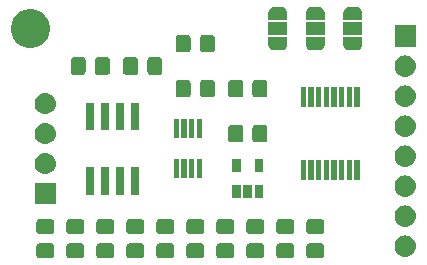
<source format=gts>
G04 #@! TF.GenerationSoftware,KiCad,Pcbnew,(5.1.4)-1*
G04 #@! TF.CreationDate,2020-05-30T22:46:28-05:00*
G04 #@! TF.ProjectId,TrackballMod,54726163-6b62-4616-9c6c-4d6f642e6b69,rev?*
G04 #@! TF.SameCoordinates,Original*
G04 #@! TF.FileFunction,Soldermask,Top*
G04 #@! TF.FilePolarity,Negative*
%FSLAX46Y46*%
G04 Gerber Fmt 4.6, Leading zero omitted, Abs format (unit mm)*
G04 Created by KiCad (PCBNEW (5.1.4)-1) date 2020-05-30 22:46:28*
%MOMM*%
%LPD*%
G04 APERTURE LIST*
%ADD10C,0.100000*%
G04 APERTURE END LIST*
D10*
G36*
X112295331Y-70254184D02*
G01*
X112345588Y-70269429D01*
X112391900Y-70294184D01*
X112432499Y-70327501D01*
X112465816Y-70368100D01*
X112490571Y-70414412D01*
X112505816Y-70464669D01*
X112511000Y-70517303D01*
X112511000Y-71232697D01*
X112505816Y-71285331D01*
X112490571Y-71335588D01*
X112465816Y-71381900D01*
X112432499Y-71422499D01*
X112391900Y-71455816D01*
X112345588Y-71480571D01*
X112295331Y-71495816D01*
X112242697Y-71501000D01*
X111277303Y-71501000D01*
X111224669Y-71495816D01*
X111174412Y-71480571D01*
X111128100Y-71455816D01*
X111087501Y-71422499D01*
X111054184Y-71381900D01*
X111029429Y-71335588D01*
X111014184Y-71285331D01*
X111009000Y-71232697D01*
X111009000Y-70517303D01*
X111014184Y-70464669D01*
X111029429Y-70414412D01*
X111054184Y-70368100D01*
X111087501Y-70327501D01*
X111128100Y-70294184D01*
X111174412Y-70269429D01*
X111224669Y-70254184D01*
X111277303Y-70249000D01*
X112242697Y-70249000D01*
X112295331Y-70254184D01*
X112295331Y-70254184D01*
G37*
G36*
X94515331Y-70254184D02*
G01*
X94565588Y-70269429D01*
X94611900Y-70294184D01*
X94652499Y-70327501D01*
X94685816Y-70368100D01*
X94710571Y-70414412D01*
X94725816Y-70464669D01*
X94731000Y-70517303D01*
X94731000Y-71232697D01*
X94725816Y-71285331D01*
X94710571Y-71335588D01*
X94685816Y-71381900D01*
X94652499Y-71422499D01*
X94611900Y-71455816D01*
X94565588Y-71480571D01*
X94515331Y-71495816D01*
X94462697Y-71501000D01*
X93497303Y-71501000D01*
X93444669Y-71495816D01*
X93394412Y-71480571D01*
X93348100Y-71455816D01*
X93307501Y-71422499D01*
X93274184Y-71381900D01*
X93249429Y-71335588D01*
X93234184Y-71285331D01*
X93229000Y-71232697D01*
X93229000Y-70517303D01*
X93234184Y-70464669D01*
X93249429Y-70414412D01*
X93274184Y-70368100D01*
X93307501Y-70327501D01*
X93348100Y-70294184D01*
X93394412Y-70269429D01*
X93444669Y-70254184D01*
X93497303Y-70249000D01*
X94462697Y-70249000D01*
X94515331Y-70254184D01*
X94515331Y-70254184D01*
G37*
G36*
X104675331Y-70254184D02*
G01*
X104725588Y-70269429D01*
X104771900Y-70294184D01*
X104812499Y-70327501D01*
X104845816Y-70368100D01*
X104870571Y-70414412D01*
X104885816Y-70464669D01*
X104891000Y-70517303D01*
X104891000Y-71232697D01*
X104885816Y-71285331D01*
X104870571Y-71335588D01*
X104845816Y-71381900D01*
X104812499Y-71422499D01*
X104771900Y-71455816D01*
X104725588Y-71480571D01*
X104675331Y-71495816D01*
X104622697Y-71501000D01*
X103657303Y-71501000D01*
X103604669Y-71495816D01*
X103554412Y-71480571D01*
X103508100Y-71455816D01*
X103467501Y-71422499D01*
X103434184Y-71381900D01*
X103409429Y-71335588D01*
X103394184Y-71285331D01*
X103389000Y-71232697D01*
X103389000Y-70517303D01*
X103394184Y-70464669D01*
X103409429Y-70414412D01*
X103434184Y-70368100D01*
X103467501Y-70327501D01*
X103508100Y-70294184D01*
X103554412Y-70269429D01*
X103604669Y-70254184D01*
X103657303Y-70249000D01*
X104622697Y-70249000D01*
X104675331Y-70254184D01*
X104675331Y-70254184D01*
G37*
G36*
X109755331Y-70254184D02*
G01*
X109805588Y-70269429D01*
X109851900Y-70294184D01*
X109892499Y-70327501D01*
X109925816Y-70368100D01*
X109950571Y-70414412D01*
X109965816Y-70464669D01*
X109971000Y-70517303D01*
X109971000Y-71232697D01*
X109965816Y-71285331D01*
X109950571Y-71335588D01*
X109925816Y-71381900D01*
X109892499Y-71422499D01*
X109851900Y-71455816D01*
X109805588Y-71480571D01*
X109755331Y-71495816D01*
X109702697Y-71501000D01*
X108737303Y-71501000D01*
X108684669Y-71495816D01*
X108634412Y-71480571D01*
X108588100Y-71455816D01*
X108547501Y-71422499D01*
X108514184Y-71381900D01*
X108489429Y-71335588D01*
X108474184Y-71285331D01*
X108469000Y-71232697D01*
X108469000Y-70517303D01*
X108474184Y-70464669D01*
X108489429Y-70414412D01*
X108514184Y-70368100D01*
X108547501Y-70327501D01*
X108588100Y-70294184D01*
X108634412Y-70269429D01*
X108684669Y-70254184D01*
X108737303Y-70249000D01*
X109702697Y-70249000D01*
X109755331Y-70254184D01*
X109755331Y-70254184D01*
G37*
G36*
X99595331Y-70254184D02*
G01*
X99645588Y-70269429D01*
X99691900Y-70294184D01*
X99732499Y-70327501D01*
X99765816Y-70368100D01*
X99790571Y-70414412D01*
X99805816Y-70464669D01*
X99811000Y-70517303D01*
X99811000Y-71232697D01*
X99805816Y-71285331D01*
X99790571Y-71335588D01*
X99765816Y-71381900D01*
X99732499Y-71422499D01*
X99691900Y-71455816D01*
X99645588Y-71480571D01*
X99595331Y-71495816D01*
X99542697Y-71501000D01*
X98577303Y-71501000D01*
X98524669Y-71495816D01*
X98474412Y-71480571D01*
X98428100Y-71455816D01*
X98387501Y-71422499D01*
X98354184Y-71381900D01*
X98329429Y-71335588D01*
X98314184Y-71285331D01*
X98309000Y-71232697D01*
X98309000Y-70517303D01*
X98314184Y-70464669D01*
X98329429Y-70414412D01*
X98354184Y-70368100D01*
X98387501Y-70327501D01*
X98428100Y-70294184D01*
X98474412Y-70269429D01*
X98524669Y-70254184D01*
X98577303Y-70249000D01*
X99542697Y-70249000D01*
X99595331Y-70254184D01*
X99595331Y-70254184D01*
G37*
G36*
X91975331Y-70254184D02*
G01*
X92025588Y-70269429D01*
X92071900Y-70294184D01*
X92112499Y-70327501D01*
X92145816Y-70368100D01*
X92170571Y-70414412D01*
X92185816Y-70464669D01*
X92191000Y-70517303D01*
X92191000Y-71232697D01*
X92185816Y-71285331D01*
X92170571Y-71335588D01*
X92145816Y-71381900D01*
X92112499Y-71422499D01*
X92071900Y-71455816D01*
X92025588Y-71480571D01*
X91975331Y-71495816D01*
X91922697Y-71501000D01*
X90957303Y-71501000D01*
X90904669Y-71495816D01*
X90854412Y-71480571D01*
X90808100Y-71455816D01*
X90767501Y-71422499D01*
X90734184Y-71381900D01*
X90709429Y-71335588D01*
X90694184Y-71285331D01*
X90689000Y-71232697D01*
X90689000Y-70517303D01*
X90694184Y-70464669D01*
X90709429Y-70414412D01*
X90734184Y-70368100D01*
X90767501Y-70327501D01*
X90808100Y-70294184D01*
X90854412Y-70269429D01*
X90904669Y-70254184D01*
X90957303Y-70249000D01*
X91922697Y-70249000D01*
X91975331Y-70254184D01*
X91975331Y-70254184D01*
G37*
G36*
X89435331Y-70254184D02*
G01*
X89485588Y-70269429D01*
X89531900Y-70294184D01*
X89572499Y-70327501D01*
X89605816Y-70368100D01*
X89630571Y-70414412D01*
X89645816Y-70464669D01*
X89651000Y-70517303D01*
X89651000Y-71232697D01*
X89645816Y-71285331D01*
X89630571Y-71335588D01*
X89605816Y-71381900D01*
X89572499Y-71422499D01*
X89531900Y-71455816D01*
X89485588Y-71480571D01*
X89435331Y-71495816D01*
X89382697Y-71501000D01*
X88417303Y-71501000D01*
X88364669Y-71495816D01*
X88314412Y-71480571D01*
X88268100Y-71455816D01*
X88227501Y-71422499D01*
X88194184Y-71381900D01*
X88169429Y-71335588D01*
X88154184Y-71285331D01*
X88149000Y-71232697D01*
X88149000Y-70517303D01*
X88154184Y-70464669D01*
X88169429Y-70414412D01*
X88194184Y-70368100D01*
X88227501Y-70327501D01*
X88268100Y-70294184D01*
X88314412Y-70269429D01*
X88364669Y-70254184D01*
X88417303Y-70249000D01*
X89382697Y-70249000D01*
X89435331Y-70254184D01*
X89435331Y-70254184D01*
G37*
G36*
X102135331Y-70254184D02*
G01*
X102185588Y-70269429D01*
X102231900Y-70294184D01*
X102272499Y-70327501D01*
X102305816Y-70368100D01*
X102330571Y-70414412D01*
X102345816Y-70464669D01*
X102351000Y-70517303D01*
X102351000Y-71232697D01*
X102345816Y-71285331D01*
X102330571Y-71335588D01*
X102305816Y-71381900D01*
X102272499Y-71422499D01*
X102231900Y-71455816D01*
X102185588Y-71480571D01*
X102135331Y-71495816D01*
X102082697Y-71501000D01*
X101117303Y-71501000D01*
X101064669Y-71495816D01*
X101014412Y-71480571D01*
X100968100Y-71455816D01*
X100927501Y-71422499D01*
X100894184Y-71381900D01*
X100869429Y-71335588D01*
X100854184Y-71285331D01*
X100849000Y-71232697D01*
X100849000Y-70517303D01*
X100854184Y-70464669D01*
X100869429Y-70414412D01*
X100894184Y-70368100D01*
X100927501Y-70327501D01*
X100968100Y-70294184D01*
X101014412Y-70269429D01*
X101064669Y-70254184D01*
X101117303Y-70249000D01*
X102082697Y-70249000D01*
X102135331Y-70254184D01*
X102135331Y-70254184D01*
G37*
G36*
X107215331Y-70254184D02*
G01*
X107265588Y-70269429D01*
X107311900Y-70294184D01*
X107352499Y-70327501D01*
X107385816Y-70368100D01*
X107410571Y-70414412D01*
X107425816Y-70464669D01*
X107431000Y-70517303D01*
X107431000Y-71232697D01*
X107425816Y-71285331D01*
X107410571Y-71335588D01*
X107385816Y-71381900D01*
X107352499Y-71422499D01*
X107311900Y-71455816D01*
X107265588Y-71480571D01*
X107215331Y-71495816D01*
X107162697Y-71501000D01*
X106197303Y-71501000D01*
X106144669Y-71495816D01*
X106094412Y-71480571D01*
X106048100Y-71455816D01*
X106007501Y-71422499D01*
X105974184Y-71381900D01*
X105949429Y-71335588D01*
X105934184Y-71285331D01*
X105929000Y-71232697D01*
X105929000Y-70517303D01*
X105934184Y-70464669D01*
X105949429Y-70414412D01*
X105974184Y-70368100D01*
X106007501Y-70327501D01*
X106048100Y-70294184D01*
X106094412Y-70269429D01*
X106144669Y-70254184D01*
X106197303Y-70249000D01*
X107162697Y-70249000D01*
X107215331Y-70254184D01*
X107215331Y-70254184D01*
G37*
G36*
X97055331Y-70254184D02*
G01*
X97105588Y-70269429D01*
X97151900Y-70294184D01*
X97192499Y-70327501D01*
X97225816Y-70368100D01*
X97250571Y-70414412D01*
X97265816Y-70464669D01*
X97271000Y-70517303D01*
X97271000Y-71232697D01*
X97265816Y-71285331D01*
X97250571Y-71335588D01*
X97225816Y-71381900D01*
X97192499Y-71422499D01*
X97151900Y-71455816D01*
X97105588Y-71480571D01*
X97055331Y-71495816D01*
X97002697Y-71501000D01*
X96037303Y-71501000D01*
X95984669Y-71495816D01*
X95934412Y-71480571D01*
X95888100Y-71455816D01*
X95847501Y-71422499D01*
X95814184Y-71381900D01*
X95789429Y-71335588D01*
X95774184Y-71285331D01*
X95769000Y-71232697D01*
X95769000Y-70517303D01*
X95774184Y-70464669D01*
X95789429Y-70414412D01*
X95814184Y-70368100D01*
X95847501Y-70327501D01*
X95888100Y-70294184D01*
X95934412Y-70269429D01*
X95984669Y-70254184D01*
X96037303Y-70249000D01*
X97002697Y-70249000D01*
X97055331Y-70254184D01*
X97055331Y-70254184D01*
G37*
G36*
X119556627Y-69597037D02*
G01*
X119726466Y-69648557D01*
X119876533Y-69728770D01*
X119882993Y-69732223D01*
X120020186Y-69844814D01*
X120132777Y-69982007D01*
X120132778Y-69982009D01*
X120216443Y-70138534D01*
X120267963Y-70308373D01*
X120285359Y-70485000D01*
X120267963Y-70661627D01*
X120216443Y-70831466D01*
X120136230Y-70981533D01*
X120132777Y-70987993D01*
X120020186Y-71125186D01*
X119882993Y-71237777D01*
X119882991Y-71237778D01*
X119726466Y-71321443D01*
X119556627Y-71372963D01*
X119424258Y-71386000D01*
X119335742Y-71386000D01*
X119203373Y-71372963D01*
X119033534Y-71321443D01*
X118877009Y-71237778D01*
X118877007Y-71237777D01*
X118739814Y-71125186D01*
X118627223Y-70987993D01*
X118623770Y-70981533D01*
X118543557Y-70831466D01*
X118492037Y-70661627D01*
X118474641Y-70485000D01*
X118492037Y-70308373D01*
X118543557Y-70138534D01*
X118627222Y-69982009D01*
X118627223Y-69982007D01*
X118739814Y-69844814D01*
X118877007Y-69732223D01*
X118883467Y-69728770D01*
X119033534Y-69648557D01*
X119203373Y-69597037D01*
X119335742Y-69584000D01*
X119424258Y-69584000D01*
X119556627Y-69597037D01*
X119556627Y-69597037D01*
G37*
G36*
X99595331Y-68204184D02*
G01*
X99645588Y-68219429D01*
X99691900Y-68244184D01*
X99732499Y-68277501D01*
X99765816Y-68318100D01*
X99790571Y-68364412D01*
X99805816Y-68414669D01*
X99811000Y-68467303D01*
X99811000Y-69182697D01*
X99805816Y-69235331D01*
X99790571Y-69285588D01*
X99765816Y-69331900D01*
X99732499Y-69372499D01*
X99691900Y-69405816D01*
X99645588Y-69430571D01*
X99595331Y-69445816D01*
X99542697Y-69451000D01*
X98577303Y-69451000D01*
X98524669Y-69445816D01*
X98474412Y-69430571D01*
X98428100Y-69405816D01*
X98387501Y-69372499D01*
X98354184Y-69331900D01*
X98329429Y-69285588D01*
X98314184Y-69235331D01*
X98309000Y-69182697D01*
X98309000Y-68467303D01*
X98314184Y-68414669D01*
X98329429Y-68364412D01*
X98354184Y-68318100D01*
X98387501Y-68277501D01*
X98428100Y-68244184D01*
X98474412Y-68219429D01*
X98524669Y-68204184D01*
X98577303Y-68199000D01*
X99542697Y-68199000D01*
X99595331Y-68204184D01*
X99595331Y-68204184D01*
G37*
G36*
X91975331Y-68204184D02*
G01*
X92025588Y-68219429D01*
X92071900Y-68244184D01*
X92112499Y-68277501D01*
X92145816Y-68318100D01*
X92170571Y-68364412D01*
X92185816Y-68414669D01*
X92191000Y-68467303D01*
X92191000Y-69182697D01*
X92185816Y-69235331D01*
X92170571Y-69285588D01*
X92145816Y-69331900D01*
X92112499Y-69372499D01*
X92071900Y-69405816D01*
X92025588Y-69430571D01*
X91975331Y-69445816D01*
X91922697Y-69451000D01*
X90957303Y-69451000D01*
X90904669Y-69445816D01*
X90854412Y-69430571D01*
X90808100Y-69405816D01*
X90767501Y-69372499D01*
X90734184Y-69331900D01*
X90709429Y-69285588D01*
X90694184Y-69235331D01*
X90689000Y-69182697D01*
X90689000Y-68467303D01*
X90694184Y-68414669D01*
X90709429Y-68364412D01*
X90734184Y-68318100D01*
X90767501Y-68277501D01*
X90808100Y-68244184D01*
X90854412Y-68219429D01*
X90904669Y-68204184D01*
X90957303Y-68199000D01*
X91922697Y-68199000D01*
X91975331Y-68204184D01*
X91975331Y-68204184D01*
G37*
G36*
X104675331Y-68204184D02*
G01*
X104725588Y-68219429D01*
X104771900Y-68244184D01*
X104812499Y-68277501D01*
X104845816Y-68318100D01*
X104870571Y-68364412D01*
X104885816Y-68414669D01*
X104891000Y-68467303D01*
X104891000Y-69182697D01*
X104885816Y-69235331D01*
X104870571Y-69285588D01*
X104845816Y-69331900D01*
X104812499Y-69372499D01*
X104771900Y-69405816D01*
X104725588Y-69430571D01*
X104675331Y-69445816D01*
X104622697Y-69451000D01*
X103657303Y-69451000D01*
X103604669Y-69445816D01*
X103554412Y-69430571D01*
X103508100Y-69405816D01*
X103467501Y-69372499D01*
X103434184Y-69331900D01*
X103409429Y-69285588D01*
X103394184Y-69235331D01*
X103389000Y-69182697D01*
X103389000Y-68467303D01*
X103394184Y-68414669D01*
X103409429Y-68364412D01*
X103434184Y-68318100D01*
X103467501Y-68277501D01*
X103508100Y-68244184D01*
X103554412Y-68219429D01*
X103604669Y-68204184D01*
X103657303Y-68199000D01*
X104622697Y-68199000D01*
X104675331Y-68204184D01*
X104675331Y-68204184D01*
G37*
G36*
X102135331Y-68204184D02*
G01*
X102185588Y-68219429D01*
X102231900Y-68244184D01*
X102272499Y-68277501D01*
X102305816Y-68318100D01*
X102330571Y-68364412D01*
X102345816Y-68414669D01*
X102351000Y-68467303D01*
X102351000Y-69182697D01*
X102345816Y-69235331D01*
X102330571Y-69285588D01*
X102305816Y-69331900D01*
X102272499Y-69372499D01*
X102231900Y-69405816D01*
X102185588Y-69430571D01*
X102135331Y-69445816D01*
X102082697Y-69451000D01*
X101117303Y-69451000D01*
X101064669Y-69445816D01*
X101014412Y-69430571D01*
X100968100Y-69405816D01*
X100927501Y-69372499D01*
X100894184Y-69331900D01*
X100869429Y-69285588D01*
X100854184Y-69235331D01*
X100849000Y-69182697D01*
X100849000Y-68467303D01*
X100854184Y-68414669D01*
X100869429Y-68364412D01*
X100894184Y-68318100D01*
X100927501Y-68277501D01*
X100968100Y-68244184D01*
X101014412Y-68219429D01*
X101064669Y-68204184D01*
X101117303Y-68199000D01*
X102082697Y-68199000D01*
X102135331Y-68204184D01*
X102135331Y-68204184D01*
G37*
G36*
X94515331Y-68204184D02*
G01*
X94565588Y-68219429D01*
X94611900Y-68244184D01*
X94652499Y-68277501D01*
X94685816Y-68318100D01*
X94710571Y-68364412D01*
X94725816Y-68414669D01*
X94731000Y-68467303D01*
X94731000Y-69182697D01*
X94725816Y-69235331D01*
X94710571Y-69285588D01*
X94685816Y-69331900D01*
X94652499Y-69372499D01*
X94611900Y-69405816D01*
X94565588Y-69430571D01*
X94515331Y-69445816D01*
X94462697Y-69451000D01*
X93497303Y-69451000D01*
X93444669Y-69445816D01*
X93394412Y-69430571D01*
X93348100Y-69405816D01*
X93307501Y-69372499D01*
X93274184Y-69331900D01*
X93249429Y-69285588D01*
X93234184Y-69235331D01*
X93229000Y-69182697D01*
X93229000Y-68467303D01*
X93234184Y-68414669D01*
X93249429Y-68364412D01*
X93274184Y-68318100D01*
X93307501Y-68277501D01*
X93348100Y-68244184D01*
X93394412Y-68219429D01*
X93444669Y-68204184D01*
X93497303Y-68199000D01*
X94462697Y-68199000D01*
X94515331Y-68204184D01*
X94515331Y-68204184D01*
G37*
G36*
X89435331Y-68204184D02*
G01*
X89485588Y-68219429D01*
X89531900Y-68244184D01*
X89572499Y-68277501D01*
X89605816Y-68318100D01*
X89630571Y-68364412D01*
X89645816Y-68414669D01*
X89651000Y-68467303D01*
X89651000Y-69182697D01*
X89645816Y-69235331D01*
X89630571Y-69285588D01*
X89605816Y-69331900D01*
X89572499Y-69372499D01*
X89531900Y-69405816D01*
X89485588Y-69430571D01*
X89435331Y-69445816D01*
X89382697Y-69451000D01*
X88417303Y-69451000D01*
X88364669Y-69445816D01*
X88314412Y-69430571D01*
X88268100Y-69405816D01*
X88227501Y-69372499D01*
X88194184Y-69331900D01*
X88169429Y-69285588D01*
X88154184Y-69235331D01*
X88149000Y-69182697D01*
X88149000Y-68467303D01*
X88154184Y-68414669D01*
X88169429Y-68364412D01*
X88194184Y-68318100D01*
X88227501Y-68277501D01*
X88268100Y-68244184D01*
X88314412Y-68219429D01*
X88364669Y-68204184D01*
X88417303Y-68199000D01*
X89382697Y-68199000D01*
X89435331Y-68204184D01*
X89435331Y-68204184D01*
G37*
G36*
X97055331Y-68204184D02*
G01*
X97105588Y-68219429D01*
X97151900Y-68244184D01*
X97192499Y-68277501D01*
X97225816Y-68318100D01*
X97250571Y-68364412D01*
X97265816Y-68414669D01*
X97271000Y-68467303D01*
X97271000Y-69182697D01*
X97265816Y-69235331D01*
X97250571Y-69285588D01*
X97225816Y-69331900D01*
X97192499Y-69372499D01*
X97151900Y-69405816D01*
X97105588Y-69430571D01*
X97055331Y-69445816D01*
X97002697Y-69451000D01*
X96037303Y-69451000D01*
X95984669Y-69445816D01*
X95934412Y-69430571D01*
X95888100Y-69405816D01*
X95847501Y-69372499D01*
X95814184Y-69331900D01*
X95789429Y-69285588D01*
X95774184Y-69235331D01*
X95769000Y-69182697D01*
X95769000Y-68467303D01*
X95774184Y-68414669D01*
X95789429Y-68364412D01*
X95814184Y-68318100D01*
X95847501Y-68277501D01*
X95888100Y-68244184D01*
X95934412Y-68219429D01*
X95984669Y-68204184D01*
X96037303Y-68199000D01*
X97002697Y-68199000D01*
X97055331Y-68204184D01*
X97055331Y-68204184D01*
G37*
G36*
X109755331Y-68204184D02*
G01*
X109805588Y-68219429D01*
X109851900Y-68244184D01*
X109892499Y-68277501D01*
X109925816Y-68318100D01*
X109950571Y-68364412D01*
X109965816Y-68414669D01*
X109971000Y-68467303D01*
X109971000Y-69182697D01*
X109965816Y-69235331D01*
X109950571Y-69285588D01*
X109925816Y-69331900D01*
X109892499Y-69372499D01*
X109851900Y-69405816D01*
X109805588Y-69430571D01*
X109755331Y-69445816D01*
X109702697Y-69451000D01*
X108737303Y-69451000D01*
X108684669Y-69445816D01*
X108634412Y-69430571D01*
X108588100Y-69405816D01*
X108547501Y-69372499D01*
X108514184Y-69331900D01*
X108489429Y-69285588D01*
X108474184Y-69235331D01*
X108469000Y-69182697D01*
X108469000Y-68467303D01*
X108474184Y-68414669D01*
X108489429Y-68364412D01*
X108514184Y-68318100D01*
X108547501Y-68277501D01*
X108588100Y-68244184D01*
X108634412Y-68219429D01*
X108684669Y-68204184D01*
X108737303Y-68199000D01*
X109702697Y-68199000D01*
X109755331Y-68204184D01*
X109755331Y-68204184D01*
G37*
G36*
X107215331Y-68204184D02*
G01*
X107265588Y-68219429D01*
X107311900Y-68244184D01*
X107352499Y-68277501D01*
X107385816Y-68318100D01*
X107410571Y-68364412D01*
X107425816Y-68414669D01*
X107431000Y-68467303D01*
X107431000Y-69182697D01*
X107425816Y-69235331D01*
X107410571Y-69285588D01*
X107385816Y-69331900D01*
X107352499Y-69372499D01*
X107311900Y-69405816D01*
X107265588Y-69430571D01*
X107215331Y-69445816D01*
X107162697Y-69451000D01*
X106197303Y-69451000D01*
X106144669Y-69445816D01*
X106094412Y-69430571D01*
X106048100Y-69405816D01*
X106007501Y-69372499D01*
X105974184Y-69331900D01*
X105949429Y-69285588D01*
X105934184Y-69235331D01*
X105929000Y-69182697D01*
X105929000Y-68467303D01*
X105934184Y-68414669D01*
X105949429Y-68364412D01*
X105974184Y-68318100D01*
X106007501Y-68277501D01*
X106048100Y-68244184D01*
X106094412Y-68219429D01*
X106144669Y-68204184D01*
X106197303Y-68199000D01*
X107162697Y-68199000D01*
X107215331Y-68204184D01*
X107215331Y-68204184D01*
G37*
G36*
X112295331Y-68204184D02*
G01*
X112345588Y-68219429D01*
X112391900Y-68244184D01*
X112432499Y-68277501D01*
X112465816Y-68318100D01*
X112490571Y-68364412D01*
X112505816Y-68414669D01*
X112511000Y-68467303D01*
X112511000Y-69182697D01*
X112505816Y-69235331D01*
X112490571Y-69285588D01*
X112465816Y-69331900D01*
X112432499Y-69372499D01*
X112391900Y-69405816D01*
X112345588Y-69430571D01*
X112295331Y-69445816D01*
X112242697Y-69451000D01*
X111277303Y-69451000D01*
X111224669Y-69445816D01*
X111174412Y-69430571D01*
X111128100Y-69405816D01*
X111087501Y-69372499D01*
X111054184Y-69331900D01*
X111029429Y-69285588D01*
X111014184Y-69235331D01*
X111009000Y-69182697D01*
X111009000Y-68467303D01*
X111014184Y-68414669D01*
X111029429Y-68364412D01*
X111054184Y-68318100D01*
X111087501Y-68277501D01*
X111128100Y-68244184D01*
X111174412Y-68219429D01*
X111224669Y-68204184D01*
X111277303Y-68199000D01*
X112242697Y-68199000D01*
X112295331Y-68204184D01*
X112295331Y-68204184D01*
G37*
G36*
X119556627Y-67057037D02*
G01*
X119726466Y-67108557D01*
X119876533Y-67188770D01*
X119882993Y-67192223D01*
X120020186Y-67304814D01*
X120132777Y-67442007D01*
X120132778Y-67442009D01*
X120216443Y-67598534D01*
X120267963Y-67768373D01*
X120285359Y-67945000D01*
X120267963Y-68121627D01*
X120216443Y-68291466D01*
X120136230Y-68441533D01*
X120132777Y-68447993D01*
X120020186Y-68585186D01*
X119882993Y-68697777D01*
X119882991Y-68697778D01*
X119726466Y-68781443D01*
X119556627Y-68832963D01*
X119424258Y-68846000D01*
X119335742Y-68846000D01*
X119203373Y-68832963D01*
X119033534Y-68781443D01*
X118877009Y-68697778D01*
X118877007Y-68697777D01*
X118739814Y-68585186D01*
X118627223Y-68447993D01*
X118623770Y-68441533D01*
X118543557Y-68291466D01*
X118492037Y-68121627D01*
X118474641Y-67945000D01*
X118492037Y-67768373D01*
X118543557Y-67598534D01*
X118627222Y-67442009D01*
X118627223Y-67442007D01*
X118739814Y-67304814D01*
X118877007Y-67192223D01*
X118883467Y-67188770D01*
X119033534Y-67108557D01*
X119203373Y-67057037D01*
X119335742Y-67044000D01*
X119424258Y-67044000D01*
X119556627Y-67057037D01*
X119556627Y-67057037D01*
G37*
G36*
X89801000Y-66941000D02*
G01*
X87999000Y-66941000D01*
X87999000Y-65139000D01*
X89801000Y-65139000D01*
X89801000Y-66941000D01*
X89801000Y-66941000D01*
G37*
G36*
X105471000Y-66451000D02*
G01*
X104719000Y-66451000D01*
X104719000Y-65289000D01*
X105471000Y-65289000D01*
X105471000Y-66451000D01*
X105471000Y-66451000D01*
G37*
G36*
X107371000Y-66451000D02*
G01*
X106619000Y-66451000D01*
X106619000Y-65289000D01*
X107371000Y-65289000D01*
X107371000Y-66451000D01*
X107371000Y-66451000D01*
G37*
G36*
X106421000Y-66451000D02*
G01*
X105669000Y-66451000D01*
X105669000Y-65289000D01*
X106421000Y-65289000D01*
X106421000Y-66451000D01*
X106421000Y-66451000D01*
G37*
G36*
X119556627Y-64517037D02*
G01*
X119726466Y-64568557D01*
X119876533Y-64648770D01*
X119882993Y-64652223D01*
X120020186Y-64764814D01*
X120132777Y-64902007D01*
X120132778Y-64902009D01*
X120216443Y-65058534D01*
X120267963Y-65228373D01*
X120285359Y-65405000D01*
X120267963Y-65581627D01*
X120216443Y-65751466D01*
X120136230Y-65901533D01*
X120132777Y-65907993D01*
X120020186Y-66045186D01*
X119882993Y-66157777D01*
X119882991Y-66157778D01*
X119726466Y-66241443D01*
X119556627Y-66292963D01*
X119424258Y-66306000D01*
X119335742Y-66306000D01*
X119203373Y-66292963D01*
X119033534Y-66241443D01*
X118877009Y-66157778D01*
X118877007Y-66157777D01*
X118739814Y-66045186D01*
X118627223Y-65907993D01*
X118623770Y-65901533D01*
X118543557Y-65751466D01*
X118492037Y-65581627D01*
X118474641Y-65405000D01*
X118492037Y-65228373D01*
X118543557Y-65058534D01*
X118627222Y-64902009D01*
X118627223Y-64902007D01*
X118739814Y-64764814D01*
X118877007Y-64652223D01*
X118883467Y-64648770D01*
X119033534Y-64568557D01*
X119203373Y-64517037D01*
X119335742Y-64504000D01*
X119424258Y-64504000D01*
X119556627Y-64517037D01*
X119556627Y-64517037D01*
G37*
G36*
X96871000Y-66131000D02*
G01*
X96169000Y-66131000D01*
X96169000Y-63829000D01*
X96871000Y-63829000D01*
X96871000Y-66131000D01*
X96871000Y-66131000D01*
G37*
G36*
X93061000Y-66131000D02*
G01*
X92359000Y-66131000D01*
X92359000Y-63829000D01*
X93061000Y-63829000D01*
X93061000Y-66131000D01*
X93061000Y-66131000D01*
G37*
G36*
X94331000Y-66131000D02*
G01*
X93629000Y-66131000D01*
X93629000Y-63829000D01*
X94331000Y-63829000D01*
X94331000Y-66131000D01*
X94331000Y-66131000D01*
G37*
G36*
X95601000Y-66131000D02*
G01*
X94899000Y-66131000D01*
X94899000Y-63829000D01*
X95601000Y-63829000D01*
X95601000Y-66131000D01*
X95601000Y-66131000D01*
G37*
G36*
X112931000Y-64911000D02*
G01*
X112479000Y-64911000D01*
X112479000Y-63209000D01*
X112931000Y-63209000D01*
X112931000Y-64911000D01*
X112931000Y-64911000D01*
G37*
G36*
X115531000Y-64911000D02*
G01*
X115079000Y-64911000D01*
X115079000Y-63209000D01*
X115531000Y-63209000D01*
X115531000Y-64911000D01*
X115531000Y-64911000D01*
G37*
G36*
X114881000Y-64911000D02*
G01*
X114429000Y-64911000D01*
X114429000Y-63209000D01*
X114881000Y-63209000D01*
X114881000Y-64911000D01*
X114881000Y-64911000D01*
G37*
G36*
X114231000Y-64911000D02*
G01*
X113779000Y-64911000D01*
X113779000Y-63209000D01*
X114231000Y-63209000D01*
X114231000Y-64911000D01*
X114231000Y-64911000D01*
G37*
G36*
X113581000Y-64911000D02*
G01*
X113129000Y-64911000D01*
X113129000Y-63209000D01*
X113581000Y-63209000D01*
X113581000Y-64911000D01*
X113581000Y-64911000D01*
G37*
G36*
X112281000Y-64911000D02*
G01*
X111829000Y-64911000D01*
X111829000Y-63209000D01*
X112281000Y-63209000D01*
X112281000Y-64911000D01*
X112281000Y-64911000D01*
G37*
G36*
X111631000Y-64911000D02*
G01*
X111179000Y-64911000D01*
X111179000Y-63209000D01*
X111631000Y-63209000D01*
X111631000Y-64911000D01*
X111631000Y-64911000D01*
G37*
G36*
X110981000Y-64911000D02*
G01*
X110529000Y-64911000D01*
X110529000Y-63209000D01*
X110981000Y-63209000D01*
X110981000Y-64911000D01*
X110981000Y-64911000D01*
G37*
G36*
X102166000Y-64756000D02*
G01*
X101714000Y-64756000D01*
X101714000Y-63104000D01*
X102166000Y-63104000D01*
X102166000Y-64756000D01*
X102166000Y-64756000D01*
G37*
G36*
X101516000Y-64756000D02*
G01*
X101064000Y-64756000D01*
X101064000Y-63104000D01*
X101516000Y-63104000D01*
X101516000Y-64756000D01*
X101516000Y-64756000D01*
G37*
G36*
X100866000Y-64756000D02*
G01*
X100414000Y-64756000D01*
X100414000Y-63104000D01*
X100866000Y-63104000D01*
X100866000Y-64756000D01*
X100866000Y-64756000D01*
G37*
G36*
X100216000Y-64756000D02*
G01*
X99764000Y-64756000D01*
X99764000Y-63104000D01*
X100216000Y-63104000D01*
X100216000Y-64756000D01*
X100216000Y-64756000D01*
G37*
G36*
X89076627Y-62612037D02*
G01*
X89246466Y-62663557D01*
X89396533Y-62743770D01*
X89402993Y-62747223D01*
X89540186Y-62859814D01*
X89652777Y-62997007D01*
X89652778Y-62997009D01*
X89736443Y-63153534D01*
X89787963Y-63323373D01*
X89805359Y-63500000D01*
X89787963Y-63676627D01*
X89736443Y-63846466D01*
X89656230Y-63996533D01*
X89652777Y-64002993D01*
X89540186Y-64140186D01*
X89402993Y-64252777D01*
X89402991Y-64252778D01*
X89246466Y-64336443D01*
X89076627Y-64387963D01*
X88944258Y-64401000D01*
X88855742Y-64401000D01*
X88723373Y-64387963D01*
X88553534Y-64336443D01*
X88397009Y-64252778D01*
X88397007Y-64252777D01*
X88259814Y-64140186D01*
X88147223Y-64002993D01*
X88143770Y-63996533D01*
X88063557Y-63846466D01*
X88012037Y-63676627D01*
X87994641Y-63500000D01*
X88012037Y-63323373D01*
X88063557Y-63153534D01*
X88147222Y-62997009D01*
X88147223Y-62997007D01*
X88259814Y-62859814D01*
X88397007Y-62747223D01*
X88403467Y-62743770D01*
X88553534Y-62663557D01*
X88723373Y-62612037D01*
X88855742Y-62599000D01*
X88944258Y-62599000D01*
X89076627Y-62612037D01*
X89076627Y-62612037D01*
G37*
G36*
X107371000Y-64251000D02*
G01*
X106619000Y-64251000D01*
X106619000Y-63089000D01*
X107371000Y-63089000D01*
X107371000Y-64251000D01*
X107371000Y-64251000D01*
G37*
G36*
X105471000Y-64251000D02*
G01*
X104719000Y-64251000D01*
X104719000Y-63089000D01*
X105471000Y-63089000D01*
X105471000Y-64251000D01*
X105471000Y-64251000D01*
G37*
G36*
X119556627Y-61977037D02*
G01*
X119726466Y-62028557D01*
X119876533Y-62108770D01*
X119882993Y-62112223D01*
X120020186Y-62224814D01*
X120132777Y-62362007D01*
X120132778Y-62362009D01*
X120216443Y-62518534D01*
X120267963Y-62688373D01*
X120285359Y-62865000D01*
X120267963Y-63041627D01*
X120216443Y-63211466D01*
X120156627Y-63323373D01*
X120132777Y-63367993D01*
X120020186Y-63505186D01*
X119882993Y-63617777D01*
X119882991Y-63617778D01*
X119726466Y-63701443D01*
X119556627Y-63752963D01*
X119424258Y-63766000D01*
X119335742Y-63766000D01*
X119203373Y-63752963D01*
X119033534Y-63701443D01*
X118877009Y-63617778D01*
X118877007Y-63617777D01*
X118739814Y-63505186D01*
X118627223Y-63367993D01*
X118603373Y-63323373D01*
X118543557Y-63211466D01*
X118492037Y-63041627D01*
X118474641Y-62865000D01*
X118492037Y-62688373D01*
X118543557Y-62518534D01*
X118627222Y-62362009D01*
X118627223Y-62362007D01*
X118739814Y-62224814D01*
X118877007Y-62112223D01*
X118883467Y-62108770D01*
X119033534Y-62028557D01*
X119203373Y-61977037D01*
X119335742Y-61964000D01*
X119424258Y-61964000D01*
X119556627Y-61977037D01*
X119556627Y-61977037D01*
G37*
G36*
X89076627Y-60072037D02*
G01*
X89246466Y-60123557D01*
X89396533Y-60203770D01*
X89402993Y-60207223D01*
X89540186Y-60319814D01*
X89652777Y-60457007D01*
X89652778Y-60457009D01*
X89736443Y-60613534D01*
X89787963Y-60783373D01*
X89805359Y-60960000D01*
X89787963Y-61136627D01*
X89736443Y-61306466D01*
X89665694Y-61438827D01*
X89652777Y-61462993D01*
X89540186Y-61600186D01*
X89402993Y-61712777D01*
X89402991Y-61712778D01*
X89246466Y-61796443D01*
X89076627Y-61847963D01*
X88944258Y-61861000D01*
X88855742Y-61861000D01*
X88723373Y-61847963D01*
X88553534Y-61796443D01*
X88397009Y-61712778D01*
X88397007Y-61712777D01*
X88259814Y-61600186D01*
X88147223Y-61462993D01*
X88134306Y-61438827D01*
X88063557Y-61306466D01*
X88012037Y-61136627D01*
X87994641Y-60960000D01*
X88012037Y-60783373D01*
X88063557Y-60613534D01*
X88147222Y-60457009D01*
X88147223Y-60457007D01*
X88259814Y-60319814D01*
X88397007Y-60207223D01*
X88403467Y-60203770D01*
X88553534Y-60123557D01*
X88723373Y-60072037D01*
X88855742Y-60059000D01*
X88944258Y-60059000D01*
X89076627Y-60072037D01*
X89076627Y-60072037D01*
G37*
G36*
X105430331Y-60214184D02*
G01*
X105480588Y-60229429D01*
X105526900Y-60254184D01*
X105567499Y-60287501D01*
X105600816Y-60328100D01*
X105625571Y-60374412D01*
X105640816Y-60424669D01*
X105646000Y-60477303D01*
X105646000Y-61442697D01*
X105640816Y-61495331D01*
X105625571Y-61545588D01*
X105600816Y-61591900D01*
X105567499Y-61632499D01*
X105526900Y-61665816D01*
X105480588Y-61690571D01*
X105430331Y-61705816D01*
X105377697Y-61711000D01*
X104662303Y-61711000D01*
X104609669Y-61705816D01*
X104559412Y-61690571D01*
X104513100Y-61665816D01*
X104472501Y-61632499D01*
X104439184Y-61591900D01*
X104414429Y-61545588D01*
X104399184Y-61495331D01*
X104394000Y-61442697D01*
X104394000Y-60477303D01*
X104399184Y-60424669D01*
X104414429Y-60374412D01*
X104439184Y-60328100D01*
X104472501Y-60287501D01*
X104513100Y-60254184D01*
X104559412Y-60229429D01*
X104609669Y-60214184D01*
X104662303Y-60209000D01*
X105377697Y-60209000D01*
X105430331Y-60214184D01*
X105430331Y-60214184D01*
G37*
G36*
X107480331Y-60214184D02*
G01*
X107530588Y-60229429D01*
X107576900Y-60254184D01*
X107617499Y-60287501D01*
X107650816Y-60328100D01*
X107675571Y-60374412D01*
X107690816Y-60424669D01*
X107696000Y-60477303D01*
X107696000Y-61442697D01*
X107690816Y-61495331D01*
X107675571Y-61545588D01*
X107650816Y-61591900D01*
X107617499Y-61632499D01*
X107576900Y-61665816D01*
X107530588Y-61690571D01*
X107480331Y-61705816D01*
X107427697Y-61711000D01*
X106712303Y-61711000D01*
X106659669Y-61705816D01*
X106609412Y-61690571D01*
X106563100Y-61665816D01*
X106522501Y-61632499D01*
X106489184Y-61591900D01*
X106464429Y-61545588D01*
X106449184Y-61495331D01*
X106444000Y-61442697D01*
X106444000Y-60477303D01*
X106449184Y-60424669D01*
X106464429Y-60374412D01*
X106489184Y-60328100D01*
X106522501Y-60287501D01*
X106563100Y-60254184D01*
X106609412Y-60229429D01*
X106659669Y-60214184D01*
X106712303Y-60209000D01*
X107427697Y-60209000D01*
X107480331Y-60214184D01*
X107480331Y-60214184D01*
G37*
G36*
X100216000Y-61356000D02*
G01*
X99764000Y-61356000D01*
X99764000Y-59704000D01*
X100216000Y-59704000D01*
X100216000Y-61356000D01*
X100216000Y-61356000D01*
G37*
G36*
X100866000Y-61356000D02*
G01*
X100414000Y-61356000D01*
X100414000Y-59704000D01*
X100866000Y-59704000D01*
X100866000Y-61356000D01*
X100866000Y-61356000D01*
G37*
G36*
X101516000Y-61356000D02*
G01*
X101064000Y-61356000D01*
X101064000Y-59704000D01*
X101516000Y-59704000D01*
X101516000Y-61356000D01*
X101516000Y-61356000D01*
G37*
G36*
X102166000Y-61356000D02*
G01*
X101714000Y-61356000D01*
X101714000Y-59704000D01*
X102166000Y-59704000D01*
X102166000Y-61356000D01*
X102166000Y-61356000D01*
G37*
G36*
X119556627Y-59437037D02*
G01*
X119726466Y-59488557D01*
X119876533Y-59568770D01*
X119882993Y-59572223D01*
X120020186Y-59684814D01*
X120132777Y-59822007D01*
X120132778Y-59822009D01*
X120216443Y-59978534D01*
X120267963Y-60148373D01*
X120285359Y-60325000D01*
X120267963Y-60501627D01*
X120216443Y-60671466D01*
X120156627Y-60783373D01*
X120132777Y-60827993D01*
X120020186Y-60965186D01*
X119882993Y-61077777D01*
X119882991Y-61077778D01*
X119726466Y-61161443D01*
X119556627Y-61212963D01*
X119424258Y-61226000D01*
X119335742Y-61226000D01*
X119203373Y-61212963D01*
X119033534Y-61161443D01*
X118877009Y-61077778D01*
X118877007Y-61077777D01*
X118739814Y-60965186D01*
X118627223Y-60827993D01*
X118603373Y-60783373D01*
X118543557Y-60671466D01*
X118492037Y-60501627D01*
X118474641Y-60325000D01*
X118492037Y-60148373D01*
X118543557Y-59978534D01*
X118627222Y-59822009D01*
X118627223Y-59822007D01*
X118739814Y-59684814D01*
X118877007Y-59572223D01*
X118883467Y-59568770D01*
X119033534Y-59488557D01*
X119203373Y-59437037D01*
X119335742Y-59424000D01*
X119424258Y-59424000D01*
X119556627Y-59437037D01*
X119556627Y-59437037D01*
G37*
G36*
X95601000Y-60631000D02*
G01*
X94899000Y-60631000D01*
X94899000Y-58329000D01*
X95601000Y-58329000D01*
X95601000Y-60631000D01*
X95601000Y-60631000D01*
G37*
G36*
X96871000Y-60631000D02*
G01*
X96169000Y-60631000D01*
X96169000Y-58329000D01*
X96871000Y-58329000D01*
X96871000Y-60631000D01*
X96871000Y-60631000D01*
G37*
G36*
X93061000Y-60631000D02*
G01*
X92359000Y-60631000D01*
X92359000Y-58329000D01*
X93061000Y-58329000D01*
X93061000Y-60631000D01*
X93061000Y-60631000D01*
G37*
G36*
X94331000Y-60631000D02*
G01*
X93629000Y-60631000D01*
X93629000Y-58329000D01*
X94331000Y-58329000D01*
X94331000Y-60631000D01*
X94331000Y-60631000D01*
G37*
G36*
X89076627Y-57532037D02*
G01*
X89246466Y-57583557D01*
X89396533Y-57663770D01*
X89402993Y-57667223D01*
X89540186Y-57779814D01*
X89652777Y-57917007D01*
X89652778Y-57917009D01*
X89736443Y-58073534D01*
X89787963Y-58243373D01*
X89805359Y-58420000D01*
X89787963Y-58596627D01*
X89736443Y-58766466D01*
X89656230Y-58916533D01*
X89652777Y-58922993D01*
X89540186Y-59060186D01*
X89402993Y-59172777D01*
X89402991Y-59172778D01*
X89246466Y-59256443D01*
X89076627Y-59307963D01*
X88944258Y-59321000D01*
X88855742Y-59321000D01*
X88723373Y-59307963D01*
X88553534Y-59256443D01*
X88397009Y-59172778D01*
X88397007Y-59172777D01*
X88259814Y-59060186D01*
X88147223Y-58922993D01*
X88143770Y-58916533D01*
X88063557Y-58766466D01*
X88012037Y-58596627D01*
X87994641Y-58420000D01*
X88012037Y-58243373D01*
X88063557Y-58073534D01*
X88147222Y-57917009D01*
X88147223Y-57917007D01*
X88259814Y-57779814D01*
X88397007Y-57667223D01*
X88403467Y-57663770D01*
X88553534Y-57583557D01*
X88723373Y-57532037D01*
X88855742Y-57519000D01*
X88944258Y-57519000D01*
X89076627Y-57532037D01*
X89076627Y-57532037D01*
G37*
G36*
X113581000Y-58711000D02*
G01*
X113129000Y-58711000D01*
X113129000Y-57009000D01*
X113581000Y-57009000D01*
X113581000Y-58711000D01*
X113581000Y-58711000D01*
G37*
G36*
X110981000Y-58711000D02*
G01*
X110529000Y-58711000D01*
X110529000Y-57009000D01*
X110981000Y-57009000D01*
X110981000Y-58711000D01*
X110981000Y-58711000D01*
G37*
G36*
X111631000Y-58711000D02*
G01*
X111179000Y-58711000D01*
X111179000Y-57009000D01*
X111631000Y-57009000D01*
X111631000Y-58711000D01*
X111631000Y-58711000D01*
G37*
G36*
X115531000Y-58711000D02*
G01*
X115079000Y-58711000D01*
X115079000Y-57009000D01*
X115531000Y-57009000D01*
X115531000Y-58711000D01*
X115531000Y-58711000D01*
G37*
G36*
X112281000Y-58711000D02*
G01*
X111829000Y-58711000D01*
X111829000Y-57009000D01*
X112281000Y-57009000D01*
X112281000Y-58711000D01*
X112281000Y-58711000D01*
G37*
G36*
X114881000Y-58711000D02*
G01*
X114429000Y-58711000D01*
X114429000Y-57009000D01*
X114881000Y-57009000D01*
X114881000Y-58711000D01*
X114881000Y-58711000D01*
G37*
G36*
X112931000Y-58711000D02*
G01*
X112479000Y-58711000D01*
X112479000Y-57009000D01*
X112931000Y-57009000D01*
X112931000Y-58711000D01*
X112931000Y-58711000D01*
G37*
G36*
X114231000Y-58711000D02*
G01*
X113779000Y-58711000D01*
X113779000Y-57009000D01*
X114231000Y-57009000D01*
X114231000Y-58711000D01*
X114231000Y-58711000D01*
G37*
G36*
X119556627Y-56897037D02*
G01*
X119726466Y-56948557D01*
X119876533Y-57028770D01*
X119882993Y-57032223D01*
X120020186Y-57144814D01*
X120132777Y-57282007D01*
X120132778Y-57282009D01*
X120216443Y-57438534D01*
X120267963Y-57608373D01*
X120285359Y-57785000D01*
X120267963Y-57961627D01*
X120216443Y-58131466D01*
X120156627Y-58243373D01*
X120132777Y-58287993D01*
X120020186Y-58425186D01*
X119882993Y-58537777D01*
X119882991Y-58537778D01*
X119726466Y-58621443D01*
X119556627Y-58672963D01*
X119424258Y-58686000D01*
X119335742Y-58686000D01*
X119203373Y-58672963D01*
X119033534Y-58621443D01*
X118877009Y-58537778D01*
X118877007Y-58537777D01*
X118739814Y-58425186D01*
X118627223Y-58287993D01*
X118603373Y-58243373D01*
X118543557Y-58131466D01*
X118492037Y-57961627D01*
X118474641Y-57785000D01*
X118492037Y-57608373D01*
X118543557Y-57438534D01*
X118627222Y-57282009D01*
X118627223Y-57282007D01*
X118739814Y-57144814D01*
X118877007Y-57032223D01*
X118883467Y-57028770D01*
X119033534Y-56948557D01*
X119203373Y-56897037D01*
X119335742Y-56884000D01*
X119424258Y-56884000D01*
X119556627Y-56897037D01*
X119556627Y-56897037D01*
G37*
G36*
X100985331Y-56404184D02*
G01*
X101035588Y-56419429D01*
X101081900Y-56444184D01*
X101122499Y-56477501D01*
X101155816Y-56518100D01*
X101180571Y-56564412D01*
X101195816Y-56614669D01*
X101201000Y-56667303D01*
X101201000Y-57632697D01*
X101195816Y-57685331D01*
X101180571Y-57735588D01*
X101155816Y-57781900D01*
X101122499Y-57822499D01*
X101081900Y-57855816D01*
X101035588Y-57880571D01*
X100985331Y-57895816D01*
X100932697Y-57901000D01*
X100217303Y-57901000D01*
X100164669Y-57895816D01*
X100114412Y-57880571D01*
X100068100Y-57855816D01*
X100027501Y-57822499D01*
X99994184Y-57781900D01*
X99969429Y-57735588D01*
X99954184Y-57685331D01*
X99949000Y-57632697D01*
X99949000Y-56667303D01*
X99954184Y-56614669D01*
X99969429Y-56564412D01*
X99994184Y-56518100D01*
X100027501Y-56477501D01*
X100068100Y-56444184D01*
X100114412Y-56419429D01*
X100164669Y-56404184D01*
X100217303Y-56399000D01*
X100932697Y-56399000D01*
X100985331Y-56404184D01*
X100985331Y-56404184D01*
G37*
G36*
X107480331Y-56404184D02*
G01*
X107530588Y-56419429D01*
X107576900Y-56444184D01*
X107617499Y-56477501D01*
X107650816Y-56518100D01*
X107675571Y-56564412D01*
X107690816Y-56614669D01*
X107696000Y-56667303D01*
X107696000Y-57632697D01*
X107690816Y-57685331D01*
X107675571Y-57735588D01*
X107650816Y-57781900D01*
X107617499Y-57822499D01*
X107576900Y-57855816D01*
X107530588Y-57880571D01*
X107480331Y-57895816D01*
X107427697Y-57901000D01*
X106712303Y-57901000D01*
X106659669Y-57895816D01*
X106609412Y-57880571D01*
X106563100Y-57855816D01*
X106522501Y-57822499D01*
X106489184Y-57781900D01*
X106464429Y-57735588D01*
X106449184Y-57685331D01*
X106444000Y-57632697D01*
X106444000Y-56667303D01*
X106449184Y-56614669D01*
X106464429Y-56564412D01*
X106489184Y-56518100D01*
X106522501Y-56477501D01*
X106563100Y-56444184D01*
X106609412Y-56419429D01*
X106659669Y-56404184D01*
X106712303Y-56399000D01*
X107427697Y-56399000D01*
X107480331Y-56404184D01*
X107480331Y-56404184D01*
G37*
G36*
X105430331Y-56404184D02*
G01*
X105480588Y-56419429D01*
X105526900Y-56444184D01*
X105567499Y-56477501D01*
X105600816Y-56518100D01*
X105625571Y-56564412D01*
X105640816Y-56614669D01*
X105646000Y-56667303D01*
X105646000Y-57632697D01*
X105640816Y-57685331D01*
X105625571Y-57735588D01*
X105600816Y-57781900D01*
X105567499Y-57822499D01*
X105526900Y-57855816D01*
X105480588Y-57880571D01*
X105430331Y-57895816D01*
X105377697Y-57901000D01*
X104662303Y-57901000D01*
X104609669Y-57895816D01*
X104559412Y-57880571D01*
X104513100Y-57855816D01*
X104472501Y-57822499D01*
X104439184Y-57781900D01*
X104414429Y-57735588D01*
X104399184Y-57685331D01*
X104394000Y-57632697D01*
X104394000Y-56667303D01*
X104399184Y-56614669D01*
X104414429Y-56564412D01*
X104439184Y-56518100D01*
X104472501Y-56477501D01*
X104513100Y-56444184D01*
X104559412Y-56419429D01*
X104609669Y-56404184D01*
X104662303Y-56399000D01*
X105377697Y-56399000D01*
X105430331Y-56404184D01*
X105430331Y-56404184D01*
G37*
G36*
X103035331Y-56404184D02*
G01*
X103085588Y-56419429D01*
X103131900Y-56444184D01*
X103172499Y-56477501D01*
X103205816Y-56518100D01*
X103230571Y-56564412D01*
X103245816Y-56614669D01*
X103251000Y-56667303D01*
X103251000Y-57632697D01*
X103245816Y-57685331D01*
X103230571Y-57735588D01*
X103205816Y-57781900D01*
X103172499Y-57822499D01*
X103131900Y-57855816D01*
X103085588Y-57880571D01*
X103035331Y-57895816D01*
X102982697Y-57901000D01*
X102267303Y-57901000D01*
X102214669Y-57895816D01*
X102164412Y-57880571D01*
X102118100Y-57855816D01*
X102077501Y-57822499D01*
X102044184Y-57781900D01*
X102019429Y-57735588D01*
X102004184Y-57685331D01*
X101999000Y-57632697D01*
X101999000Y-56667303D01*
X102004184Y-56614669D01*
X102019429Y-56564412D01*
X102044184Y-56518100D01*
X102077501Y-56477501D01*
X102118100Y-56444184D01*
X102164412Y-56419429D01*
X102214669Y-56404184D01*
X102267303Y-56399000D01*
X102982697Y-56399000D01*
X103035331Y-56404184D01*
X103035331Y-56404184D01*
G37*
G36*
X119556627Y-54357037D02*
G01*
X119726466Y-54408557D01*
X119876533Y-54488770D01*
X119882993Y-54492223D01*
X120020186Y-54604814D01*
X120132777Y-54742007D01*
X120132778Y-54742009D01*
X120216443Y-54898534D01*
X120267963Y-55068373D01*
X120285359Y-55245000D01*
X120267963Y-55421627D01*
X120216443Y-55591466D01*
X120145694Y-55723827D01*
X120132777Y-55747993D01*
X120020186Y-55885186D01*
X119882993Y-55997777D01*
X119882991Y-55997778D01*
X119726466Y-56081443D01*
X119556627Y-56132963D01*
X119424258Y-56146000D01*
X119335742Y-56146000D01*
X119203373Y-56132963D01*
X119033534Y-56081443D01*
X118877009Y-55997778D01*
X118877007Y-55997777D01*
X118739814Y-55885186D01*
X118627223Y-55747993D01*
X118614306Y-55723827D01*
X118543557Y-55591466D01*
X118492037Y-55421627D01*
X118474641Y-55245000D01*
X118492037Y-55068373D01*
X118543557Y-54898534D01*
X118627222Y-54742009D01*
X118627223Y-54742007D01*
X118739814Y-54604814D01*
X118877007Y-54492223D01*
X118883467Y-54488770D01*
X119033534Y-54408557D01*
X119203373Y-54357037D01*
X119335742Y-54344000D01*
X119424258Y-54344000D01*
X119556627Y-54357037D01*
X119556627Y-54357037D01*
G37*
G36*
X94145331Y-54499184D02*
G01*
X94195588Y-54514429D01*
X94241900Y-54539184D01*
X94282499Y-54572501D01*
X94315816Y-54613100D01*
X94340571Y-54659412D01*
X94355816Y-54709669D01*
X94361000Y-54762303D01*
X94361000Y-55727697D01*
X94355816Y-55780331D01*
X94340571Y-55830588D01*
X94315816Y-55876900D01*
X94282499Y-55917499D01*
X94241900Y-55950816D01*
X94195588Y-55975571D01*
X94145331Y-55990816D01*
X94092697Y-55996000D01*
X93377303Y-55996000D01*
X93324669Y-55990816D01*
X93274412Y-55975571D01*
X93228100Y-55950816D01*
X93187501Y-55917499D01*
X93154184Y-55876900D01*
X93129429Y-55830588D01*
X93114184Y-55780331D01*
X93109000Y-55727697D01*
X93109000Y-54762303D01*
X93114184Y-54709669D01*
X93129429Y-54659412D01*
X93154184Y-54613100D01*
X93187501Y-54572501D01*
X93228100Y-54539184D01*
X93274412Y-54514429D01*
X93324669Y-54499184D01*
X93377303Y-54494000D01*
X94092697Y-54494000D01*
X94145331Y-54499184D01*
X94145331Y-54499184D01*
G37*
G36*
X92095331Y-54499184D02*
G01*
X92145588Y-54514429D01*
X92191900Y-54539184D01*
X92232499Y-54572501D01*
X92265816Y-54613100D01*
X92290571Y-54659412D01*
X92305816Y-54709669D01*
X92311000Y-54762303D01*
X92311000Y-55727697D01*
X92305816Y-55780331D01*
X92290571Y-55830588D01*
X92265816Y-55876900D01*
X92232499Y-55917499D01*
X92191900Y-55950816D01*
X92145588Y-55975571D01*
X92095331Y-55990816D01*
X92042697Y-55996000D01*
X91327303Y-55996000D01*
X91274669Y-55990816D01*
X91224412Y-55975571D01*
X91178100Y-55950816D01*
X91137501Y-55917499D01*
X91104184Y-55876900D01*
X91079429Y-55830588D01*
X91064184Y-55780331D01*
X91059000Y-55727697D01*
X91059000Y-54762303D01*
X91064184Y-54709669D01*
X91079429Y-54659412D01*
X91104184Y-54613100D01*
X91137501Y-54572501D01*
X91178100Y-54539184D01*
X91224412Y-54514429D01*
X91274669Y-54499184D01*
X91327303Y-54494000D01*
X92042697Y-54494000D01*
X92095331Y-54499184D01*
X92095331Y-54499184D01*
G37*
G36*
X98590331Y-54499184D02*
G01*
X98640588Y-54514429D01*
X98686900Y-54539184D01*
X98727499Y-54572501D01*
X98760816Y-54613100D01*
X98785571Y-54659412D01*
X98800816Y-54709669D01*
X98806000Y-54762303D01*
X98806000Y-55727697D01*
X98800816Y-55780331D01*
X98785571Y-55830588D01*
X98760816Y-55876900D01*
X98727499Y-55917499D01*
X98686900Y-55950816D01*
X98640588Y-55975571D01*
X98590331Y-55990816D01*
X98537697Y-55996000D01*
X97822303Y-55996000D01*
X97769669Y-55990816D01*
X97719412Y-55975571D01*
X97673100Y-55950816D01*
X97632501Y-55917499D01*
X97599184Y-55876900D01*
X97574429Y-55830588D01*
X97559184Y-55780331D01*
X97554000Y-55727697D01*
X97554000Y-54762303D01*
X97559184Y-54709669D01*
X97574429Y-54659412D01*
X97599184Y-54613100D01*
X97632501Y-54572501D01*
X97673100Y-54539184D01*
X97719412Y-54514429D01*
X97769669Y-54499184D01*
X97822303Y-54494000D01*
X98537697Y-54494000D01*
X98590331Y-54499184D01*
X98590331Y-54499184D01*
G37*
G36*
X96540331Y-54499184D02*
G01*
X96590588Y-54514429D01*
X96636900Y-54539184D01*
X96677499Y-54572501D01*
X96710816Y-54613100D01*
X96735571Y-54659412D01*
X96750816Y-54709669D01*
X96756000Y-54762303D01*
X96756000Y-55727697D01*
X96750816Y-55780331D01*
X96735571Y-55830588D01*
X96710816Y-55876900D01*
X96677499Y-55917499D01*
X96636900Y-55950816D01*
X96590588Y-55975571D01*
X96540331Y-55990816D01*
X96487697Y-55996000D01*
X95772303Y-55996000D01*
X95719669Y-55990816D01*
X95669412Y-55975571D01*
X95623100Y-55950816D01*
X95582501Y-55917499D01*
X95549184Y-55876900D01*
X95524429Y-55830588D01*
X95509184Y-55780331D01*
X95504000Y-55727697D01*
X95504000Y-54762303D01*
X95509184Y-54709669D01*
X95524429Y-54659412D01*
X95549184Y-54613100D01*
X95582501Y-54572501D01*
X95623100Y-54539184D01*
X95669412Y-54514429D01*
X95719669Y-54499184D01*
X95772303Y-54494000D01*
X96487697Y-54494000D01*
X96540331Y-54499184D01*
X96540331Y-54499184D01*
G37*
G36*
X103035331Y-52594184D02*
G01*
X103085588Y-52609429D01*
X103131900Y-52634184D01*
X103172499Y-52667501D01*
X103205816Y-52708100D01*
X103230571Y-52754412D01*
X103245816Y-52804669D01*
X103251000Y-52857303D01*
X103251000Y-53822697D01*
X103245816Y-53875331D01*
X103230571Y-53925588D01*
X103205816Y-53971900D01*
X103172499Y-54012499D01*
X103131900Y-54045816D01*
X103085588Y-54070571D01*
X103035331Y-54085816D01*
X102982697Y-54091000D01*
X102267303Y-54091000D01*
X102214669Y-54085816D01*
X102164412Y-54070571D01*
X102118100Y-54045816D01*
X102077501Y-54012499D01*
X102044184Y-53971900D01*
X102019429Y-53925588D01*
X102004184Y-53875331D01*
X101999000Y-53822697D01*
X101999000Y-52857303D01*
X102004184Y-52804669D01*
X102019429Y-52754412D01*
X102044184Y-52708100D01*
X102077501Y-52667501D01*
X102118100Y-52634184D01*
X102164412Y-52609429D01*
X102214669Y-52594184D01*
X102267303Y-52589000D01*
X102982697Y-52589000D01*
X103035331Y-52594184D01*
X103035331Y-52594184D01*
G37*
G36*
X100985331Y-52594184D02*
G01*
X101035588Y-52609429D01*
X101081900Y-52634184D01*
X101122499Y-52667501D01*
X101155816Y-52708100D01*
X101180571Y-52754412D01*
X101195816Y-52804669D01*
X101201000Y-52857303D01*
X101201000Y-53822697D01*
X101195816Y-53875331D01*
X101180571Y-53925588D01*
X101155816Y-53971900D01*
X101122499Y-54012499D01*
X101081900Y-54045816D01*
X101035588Y-54070571D01*
X100985331Y-54085816D01*
X100932697Y-54091000D01*
X100217303Y-54091000D01*
X100164669Y-54085816D01*
X100114412Y-54070571D01*
X100068100Y-54045816D01*
X100027501Y-54012499D01*
X99994184Y-53971900D01*
X99969429Y-53925588D01*
X99954184Y-53875331D01*
X99949000Y-53822697D01*
X99949000Y-52857303D01*
X99954184Y-52804669D01*
X99969429Y-52754412D01*
X99994184Y-52708100D01*
X100027501Y-52667501D01*
X100068100Y-52634184D01*
X100114412Y-52609429D01*
X100164669Y-52594184D01*
X100217303Y-52589000D01*
X100932697Y-52589000D01*
X100985331Y-52594184D01*
X100985331Y-52594184D01*
G37*
G36*
X115684996Y-52768754D02*
G01*
X115684999Y-52768754D01*
X115692740Y-52769517D01*
X115694998Y-52769739D01*
X115698201Y-52770711D01*
X115704610Y-52772655D01*
X115713470Y-52777391D01*
X115721236Y-52783764D01*
X115727609Y-52791530D01*
X115732345Y-52800390D01*
X115733643Y-52804669D01*
X115735261Y-52810002D01*
X115736282Y-52820370D01*
X115736282Y-53369632D01*
X115735261Y-53380000D01*
X115734197Y-53383507D01*
X115733910Y-53384948D01*
X115733874Y-53385684D01*
X115733874Y-53418641D01*
X115732817Y-53429377D01*
X115713839Y-53524788D01*
X115710708Y-53535109D01*
X115673479Y-53624988D01*
X115668397Y-53634495D01*
X115614350Y-53715382D01*
X115614115Y-53715668D01*
X115614114Y-53715669D01*
X115607742Y-53723434D01*
X115607510Y-53723716D01*
X115538714Y-53792512D01*
X115530380Y-53799352D01*
X115449493Y-53853399D01*
X115439986Y-53858481D01*
X115350107Y-53895710D01*
X115339786Y-53898841D01*
X115244375Y-53917819D01*
X115239007Y-53918347D01*
X115234008Y-53918840D01*
X115234005Y-53918840D01*
X115233639Y-53918876D01*
X115200682Y-53918876D01*
X115199219Y-53919020D01*
X115198505Y-53919199D01*
X115194998Y-53920263D01*
X115192740Y-53920485D01*
X115184999Y-53921248D01*
X115184996Y-53921248D01*
X115184630Y-53921284D01*
X114685368Y-53921284D01*
X114685002Y-53921248D01*
X114684999Y-53921248D01*
X114677258Y-53920485D01*
X114675000Y-53920263D01*
X114671493Y-53919199D01*
X114670052Y-53918912D01*
X114669316Y-53918876D01*
X114636359Y-53918876D01*
X114635993Y-53918840D01*
X114635990Y-53918840D01*
X114630991Y-53918347D01*
X114625623Y-53917819D01*
X114530212Y-53898841D01*
X114519891Y-53895710D01*
X114430012Y-53858481D01*
X114420505Y-53853399D01*
X114339618Y-53799352D01*
X114331284Y-53792512D01*
X114262488Y-53723716D01*
X114262257Y-53723434D01*
X114255884Y-53715669D01*
X114255883Y-53715668D01*
X114255648Y-53715382D01*
X114201601Y-53634495D01*
X114196519Y-53624988D01*
X114159290Y-53535109D01*
X114156159Y-53524788D01*
X114137181Y-53429377D01*
X114136124Y-53418641D01*
X114136124Y-53385684D01*
X114135980Y-53384221D01*
X114135801Y-53383507D01*
X114134737Y-53380000D01*
X114133716Y-53369632D01*
X114133716Y-52820370D01*
X114134737Y-52810002D01*
X114136355Y-52804669D01*
X114137653Y-52800390D01*
X114142389Y-52791530D01*
X114148762Y-52783764D01*
X114156528Y-52777391D01*
X114165388Y-52772655D01*
X114171797Y-52770711D01*
X114175000Y-52769739D01*
X114177258Y-52769517D01*
X114184999Y-52768754D01*
X114185002Y-52768754D01*
X114185368Y-52768718D01*
X115684630Y-52768718D01*
X115684996Y-52768754D01*
X115684996Y-52768754D01*
G37*
G36*
X112509997Y-52768753D02*
G01*
X112510000Y-52768753D01*
X112517741Y-52769516D01*
X112519999Y-52769738D01*
X112523202Y-52770710D01*
X112529611Y-52772654D01*
X112538471Y-52777390D01*
X112546237Y-52783763D01*
X112552610Y-52791529D01*
X112557346Y-52800389D01*
X112558644Y-52804669D01*
X112560262Y-52810001D01*
X112561283Y-52820369D01*
X112561283Y-53369631D01*
X112560262Y-53379999D01*
X112559198Y-53383506D01*
X112558911Y-53384947D01*
X112558875Y-53385683D01*
X112558875Y-53418640D01*
X112557818Y-53429376D01*
X112538840Y-53524787D01*
X112535709Y-53535108D01*
X112498480Y-53624987D01*
X112493398Y-53634494D01*
X112439351Y-53715381D01*
X112432511Y-53723715D01*
X112363715Y-53792511D01*
X112363436Y-53792740D01*
X112363434Y-53792742D01*
X112359908Y-53795636D01*
X112355381Y-53799351D01*
X112274494Y-53853398D01*
X112264987Y-53858480D01*
X112175108Y-53895709D01*
X112164787Y-53898840D01*
X112069376Y-53917818D01*
X112064008Y-53918346D01*
X112059009Y-53918839D01*
X112059006Y-53918839D01*
X112058640Y-53918875D01*
X112025683Y-53918875D01*
X112024220Y-53919019D01*
X112023506Y-53919198D01*
X112019999Y-53920262D01*
X112017741Y-53920484D01*
X112010000Y-53921247D01*
X112009997Y-53921247D01*
X112009631Y-53921283D01*
X111510369Y-53921283D01*
X111510003Y-53921247D01*
X111510000Y-53921247D01*
X111502259Y-53920484D01*
X111500001Y-53920262D01*
X111496494Y-53919198D01*
X111495053Y-53918911D01*
X111494317Y-53918875D01*
X111461360Y-53918875D01*
X111460994Y-53918839D01*
X111460991Y-53918839D01*
X111455992Y-53918346D01*
X111450624Y-53917818D01*
X111355213Y-53898840D01*
X111344892Y-53895709D01*
X111255013Y-53858480D01*
X111245506Y-53853398D01*
X111164619Y-53799351D01*
X111160092Y-53795636D01*
X111156566Y-53792742D01*
X111156564Y-53792740D01*
X111156285Y-53792511D01*
X111087489Y-53723715D01*
X111080649Y-53715381D01*
X111026602Y-53634494D01*
X111021520Y-53624987D01*
X110984291Y-53535108D01*
X110981160Y-53524787D01*
X110962182Y-53429376D01*
X110961125Y-53418640D01*
X110961125Y-53385683D01*
X110960981Y-53384220D01*
X110960802Y-53383506D01*
X110959738Y-53379999D01*
X110958717Y-53369631D01*
X110958717Y-52820369D01*
X110959738Y-52810001D01*
X110961356Y-52804669D01*
X110962654Y-52800389D01*
X110967390Y-52791529D01*
X110973763Y-52783763D01*
X110981529Y-52777390D01*
X110990389Y-52772654D01*
X110996798Y-52770710D01*
X111000001Y-52769738D01*
X111002259Y-52769516D01*
X111010000Y-52768753D01*
X111010003Y-52768753D01*
X111010369Y-52768717D01*
X112509631Y-52768717D01*
X112509997Y-52768753D01*
X112509997Y-52768753D01*
G37*
G36*
X109334997Y-52768753D02*
G01*
X109335000Y-52768753D01*
X109342741Y-52769516D01*
X109344999Y-52769738D01*
X109348202Y-52770710D01*
X109354611Y-52772654D01*
X109363471Y-52777390D01*
X109371237Y-52783763D01*
X109377610Y-52791529D01*
X109382346Y-52800389D01*
X109383644Y-52804669D01*
X109385262Y-52810001D01*
X109386283Y-52820369D01*
X109386283Y-53369631D01*
X109385262Y-53379999D01*
X109384198Y-53383506D01*
X109383911Y-53384947D01*
X109383875Y-53385683D01*
X109383875Y-53418640D01*
X109382818Y-53429376D01*
X109363840Y-53524787D01*
X109360709Y-53535108D01*
X109323480Y-53624987D01*
X109318398Y-53634494D01*
X109264351Y-53715381D01*
X109257511Y-53723715D01*
X109188715Y-53792511D01*
X109188436Y-53792740D01*
X109188434Y-53792742D01*
X109184908Y-53795636D01*
X109180381Y-53799351D01*
X109099494Y-53853398D01*
X109089987Y-53858480D01*
X109000108Y-53895709D01*
X108989787Y-53898840D01*
X108894376Y-53917818D01*
X108889008Y-53918346D01*
X108884009Y-53918839D01*
X108884006Y-53918839D01*
X108883640Y-53918875D01*
X108850683Y-53918875D01*
X108849220Y-53919019D01*
X108848506Y-53919198D01*
X108844999Y-53920262D01*
X108842741Y-53920484D01*
X108835000Y-53921247D01*
X108834997Y-53921247D01*
X108834631Y-53921283D01*
X108335369Y-53921283D01*
X108335003Y-53921247D01*
X108335000Y-53921247D01*
X108327259Y-53920484D01*
X108325001Y-53920262D01*
X108321494Y-53919198D01*
X108320053Y-53918911D01*
X108319317Y-53918875D01*
X108286360Y-53918875D01*
X108285994Y-53918839D01*
X108285991Y-53918839D01*
X108280992Y-53918346D01*
X108275624Y-53917818D01*
X108180213Y-53898840D01*
X108169892Y-53895709D01*
X108080013Y-53858480D01*
X108070506Y-53853398D01*
X107989619Y-53799351D01*
X107985092Y-53795636D01*
X107981566Y-53792742D01*
X107981564Y-53792740D01*
X107981285Y-53792511D01*
X107912489Y-53723715D01*
X107905649Y-53715381D01*
X107851602Y-53634494D01*
X107846520Y-53624987D01*
X107809291Y-53535108D01*
X107806160Y-53524787D01*
X107787182Y-53429376D01*
X107786125Y-53418640D01*
X107786125Y-53385683D01*
X107785981Y-53384220D01*
X107785802Y-53383506D01*
X107784738Y-53379999D01*
X107783717Y-53369631D01*
X107783717Y-52820369D01*
X107784738Y-52810001D01*
X107786356Y-52804669D01*
X107787654Y-52800389D01*
X107792390Y-52791529D01*
X107798763Y-52783763D01*
X107806529Y-52777390D01*
X107815389Y-52772654D01*
X107821798Y-52770710D01*
X107825001Y-52769738D01*
X107827259Y-52769516D01*
X107835000Y-52768753D01*
X107835003Y-52768753D01*
X107835369Y-52768717D01*
X109334631Y-52768717D01*
X109334997Y-52768753D01*
X109334997Y-52768753D01*
G37*
G36*
X88111579Y-50482447D02*
G01*
X88412043Y-50606903D01*
X88682448Y-50787582D01*
X88912418Y-51017552D01*
X89093097Y-51287957D01*
X89217553Y-51588421D01*
X89281000Y-51907391D01*
X89281000Y-52232609D01*
X89217553Y-52551579D01*
X89093097Y-52852043D01*
X88912418Y-53122448D01*
X88682448Y-53352418D01*
X88412043Y-53533097D01*
X88111579Y-53657553D01*
X87792609Y-53721000D01*
X87467391Y-53721000D01*
X87148421Y-53657553D01*
X86847957Y-53533097D01*
X86577552Y-53352418D01*
X86347582Y-53122448D01*
X86166903Y-52852043D01*
X86042447Y-52551579D01*
X85979000Y-52232609D01*
X85979000Y-51907391D01*
X86042447Y-51588421D01*
X86166903Y-51287957D01*
X86347582Y-51017552D01*
X86577552Y-50787582D01*
X86847957Y-50606903D01*
X87148421Y-50482447D01*
X87467391Y-50419000D01*
X87792609Y-50419000D01*
X88111579Y-50482447D01*
X88111579Y-50482447D01*
G37*
G36*
X120281000Y-53606000D02*
G01*
X118479000Y-53606000D01*
X118479000Y-51804000D01*
X120281000Y-51804000D01*
X120281000Y-53606000D01*
X120281000Y-53606000D01*
G37*
G36*
X115735999Y-52621001D02*
G01*
X114133999Y-52621001D01*
X114133999Y-51519001D01*
X115735999Y-51519001D01*
X115735999Y-52621001D01*
X115735999Y-52621001D01*
G37*
G36*
X112561000Y-52621000D02*
G01*
X110959000Y-52621000D01*
X110959000Y-51519000D01*
X112561000Y-51519000D01*
X112561000Y-52621000D01*
X112561000Y-52621000D01*
G37*
G36*
X109386000Y-52621000D02*
G01*
X107784000Y-52621000D01*
X107784000Y-51519000D01*
X109386000Y-51519000D01*
X109386000Y-52621000D01*
X109386000Y-52621000D01*
G37*
G36*
X115184996Y-50218754D02*
G01*
X115184999Y-50218754D01*
X115192740Y-50219517D01*
X115194998Y-50219739D01*
X115198505Y-50220803D01*
X115199946Y-50221090D01*
X115200682Y-50221126D01*
X115233639Y-50221126D01*
X115234005Y-50221162D01*
X115234008Y-50221162D01*
X115239007Y-50221655D01*
X115244375Y-50222183D01*
X115339786Y-50241161D01*
X115350107Y-50244292D01*
X115439986Y-50281521D01*
X115449493Y-50286603D01*
X115530380Y-50340650D01*
X115534907Y-50344365D01*
X115538432Y-50347258D01*
X115538714Y-50347490D01*
X115607510Y-50416286D01*
X115607739Y-50416565D01*
X115607741Y-50416567D01*
X115610635Y-50420093D01*
X115614350Y-50424620D01*
X115668397Y-50505507D01*
X115673479Y-50515014D01*
X115710708Y-50604893D01*
X115713839Y-50615214D01*
X115732817Y-50710625D01*
X115733874Y-50721361D01*
X115733874Y-50754318D01*
X115734018Y-50755781D01*
X115734197Y-50756495D01*
X115735261Y-50760002D01*
X115736282Y-50770370D01*
X115736282Y-51319632D01*
X115736246Y-51319998D01*
X115736246Y-51320001D01*
X115735261Y-51329999D01*
X115732345Y-51339612D01*
X115727609Y-51348472D01*
X115721236Y-51356238D01*
X115713470Y-51362611D01*
X115704610Y-51367347D01*
X115698201Y-51369291D01*
X115694998Y-51370263D01*
X115692740Y-51370485D01*
X115684999Y-51371248D01*
X115684996Y-51371248D01*
X115684630Y-51371284D01*
X114185368Y-51371284D01*
X114185002Y-51371248D01*
X114184999Y-51371248D01*
X114177258Y-51370485D01*
X114175000Y-51370263D01*
X114171797Y-51369291D01*
X114165388Y-51367347D01*
X114156528Y-51362611D01*
X114148762Y-51356238D01*
X114142389Y-51348472D01*
X114137653Y-51339612D01*
X114134737Y-51329999D01*
X114133752Y-51320001D01*
X114133752Y-51319998D01*
X114133716Y-51319632D01*
X114133716Y-50770370D01*
X114134737Y-50760002D01*
X114135801Y-50756495D01*
X114136088Y-50755054D01*
X114136124Y-50754318D01*
X114136124Y-50721361D01*
X114137181Y-50710625D01*
X114156159Y-50615214D01*
X114159290Y-50604893D01*
X114196519Y-50515014D01*
X114201601Y-50505507D01*
X114255648Y-50424620D01*
X114259363Y-50420093D01*
X114262257Y-50416567D01*
X114262259Y-50416565D01*
X114262488Y-50416286D01*
X114331284Y-50347490D01*
X114331567Y-50347258D01*
X114335091Y-50344365D01*
X114339618Y-50340650D01*
X114420505Y-50286603D01*
X114430012Y-50281521D01*
X114519891Y-50244292D01*
X114530212Y-50241161D01*
X114625623Y-50222183D01*
X114630991Y-50221655D01*
X114635990Y-50221162D01*
X114635993Y-50221162D01*
X114636359Y-50221126D01*
X114669316Y-50221126D01*
X114670779Y-50220982D01*
X114671493Y-50220803D01*
X114675000Y-50219739D01*
X114677258Y-50219517D01*
X114684999Y-50218754D01*
X114685002Y-50218754D01*
X114685368Y-50218718D01*
X115184630Y-50218718D01*
X115184996Y-50218754D01*
X115184996Y-50218754D01*
G37*
G36*
X112009997Y-50218753D02*
G01*
X112010000Y-50218753D01*
X112017741Y-50219516D01*
X112019999Y-50219738D01*
X112023506Y-50220802D01*
X112024947Y-50221089D01*
X112025683Y-50221125D01*
X112058640Y-50221125D01*
X112059006Y-50221161D01*
X112059009Y-50221161D01*
X112064008Y-50221653D01*
X112069376Y-50222182D01*
X112164787Y-50241160D01*
X112175108Y-50244291D01*
X112264987Y-50281520D01*
X112274494Y-50286602D01*
X112355381Y-50340649D01*
X112363715Y-50347489D01*
X112432511Y-50416285D01*
X112432740Y-50416564D01*
X112432742Y-50416566D01*
X112434739Y-50419000D01*
X112439351Y-50424619D01*
X112493398Y-50505506D01*
X112498480Y-50515013D01*
X112535709Y-50604892D01*
X112538840Y-50615213D01*
X112557818Y-50710624D01*
X112558875Y-50721360D01*
X112558875Y-50754317D01*
X112559019Y-50755780D01*
X112559198Y-50756494D01*
X112560262Y-50760001D01*
X112561283Y-50770369D01*
X112561283Y-51319631D01*
X112560262Y-51329999D01*
X112559290Y-51333202D01*
X112557346Y-51339611D01*
X112552610Y-51348471D01*
X112546237Y-51356237D01*
X112538471Y-51362610D01*
X112529611Y-51367346D01*
X112523202Y-51369290D01*
X112519999Y-51370262D01*
X112517741Y-51370484D01*
X112510000Y-51371247D01*
X112509997Y-51371247D01*
X112509631Y-51371283D01*
X111010369Y-51371283D01*
X111010003Y-51371247D01*
X111010000Y-51371247D01*
X111002259Y-51370484D01*
X111000001Y-51370262D01*
X110996798Y-51369290D01*
X110990389Y-51367346D01*
X110981529Y-51362610D01*
X110973763Y-51356237D01*
X110967390Y-51348471D01*
X110962654Y-51339611D01*
X110960710Y-51333202D01*
X110959738Y-51329999D01*
X110958717Y-51319631D01*
X110958717Y-50770369D01*
X110959738Y-50760001D01*
X110960802Y-50756494D01*
X110961089Y-50755053D01*
X110961125Y-50754317D01*
X110961125Y-50721360D01*
X110962182Y-50710624D01*
X110981160Y-50615213D01*
X110984291Y-50604892D01*
X111021520Y-50515013D01*
X111026602Y-50505506D01*
X111080649Y-50424619D01*
X111085261Y-50419000D01*
X111087258Y-50416566D01*
X111087260Y-50416564D01*
X111087489Y-50416285D01*
X111156285Y-50347489D01*
X111164619Y-50340649D01*
X111245506Y-50286602D01*
X111255013Y-50281520D01*
X111344892Y-50244291D01*
X111355213Y-50241160D01*
X111450624Y-50222182D01*
X111455992Y-50221653D01*
X111460991Y-50221161D01*
X111460994Y-50221161D01*
X111461360Y-50221125D01*
X111494317Y-50221125D01*
X111495780Y-50220981D01*
X111496494Y-50220802D01*
X111500001Y-50219738D01*
X111502259Y-50219516D01*
X111510000Y-50218753D01*
X111510003Y-50218753D01*
X111510369Y-50218717D01*
X112009631Y-50218717D01*
X112009997Y-50218753D01*
X112009997Y-50218753D01*
G37*
G36*
X108834997Y-50218753D02*
G01*
X108835000Y-50218753D01*
X108842741Y-50219516D01*
X108844999Y-50219738D01*
X108848506Y-50220802D01*
X108849947Y-50221089D01*
X108850683Y-50221125D01*
X108883640Y-50221125D01*
X108884006Y-50221161D01*
X108884009Y-50221161D01*
X108889008Y-50221653D01*
X108894376Y-50222182D01*
X108989787Y-50241160D01*
X109000108Y-50244291D01*
X109089987Y-50281520D01*
X109099494Y-50286602D01*
X109180381Y-50340649D01*
X109188715Y-50347489D01*
X109257511Y-50416285D01*
X109257740Y-50416564D01*
X109257742Y-50416566D01*
X109259739Y-50419000D01*
X109264351Y-50424619D01*
X109318398Y-50505506D01*
X109323480Y-50515013D01*
X109360709Y-50604892D01*
X109363840Y-50615213D01*
X109382818Y-50710624D01*
X109383875Y-50721360D01*
X109383875Y-50754317D01*
X109384019Y-50755780D01*
X109384198Y-50756494D01*
X109385262Y-50760001D01*
X109386283Y-50770369D01*
X109386283Y-51319631D01*
X109385262Y-51329999D01*
X109384290Y-51333202D01*
X109382346Y-51339611D01*
X109377610Y-51348471D01*
X109371237Y-51356237D01*
X109363471Y-51362610D01*
X109354611Y-51367346D01*
X109348202Y-51369290D01*
X109344999Y-51370262D01*
X109342741Y-51370484D01*
X109335000Y-51371247D01*
X109334997Y-51371247D01*
X109334631Y-51371283D01*
X107835369Y-51371283D01*
X107835003Y-51371247D01*
X107835000Y-51371247D01*
X107827259Y-51370484D01*
X107825001Y-51370262D01*
X107821798Y-51369290D01*
X107815389Y-51367346D01*
X107806529Y-51362610D01*
X107798763Y-51356237D01*
X107792390Y-51348471D01*
X107787654Y-51339611D01*
X107785710Y-51333202D01*
X107784738Y-51329999D01*
X107783717Y-51319631D01*
X107783717Y-50770369D01*
X107784738Y-50760001D01*
X107785802Y-50756494D01*
X107786089Y-50755053D01*
X107786125Y-50754317D01*
X107786125Y-50721360D01*
X107787182Y-50710624D01*
X107806160Y-50615213D01*
X107809291Y-50604892D01*
X107846520Y-50515013D01*
X107851602Y-50505506D01*
X107905649Y-50424619D01*
X107910261Y-50419000D01*
X107912258Y-50416566D01*
X107912260Y-50416564D01*
X107912489Y-50416285D01*
X107981285Y-50347489D01*
X107989619Y-50340649D01*
X108070506Y-50286602D01*
X108080013Y-50281520D01*
X108169892Y-50244291D01*
X108180213Y-50241160D01*
X108275624Y-50222182D01*
X108280992Y-50221653D01*
X108285991Y-50221161D01*
X108285994Y-50221161D01*
X108286360Y-50221125D01*
X108319317Y-50221125D01*
X108320780Y-50220981D01*
X108321494Y-50220802D01*
X108325001Y-50219738D01*
X108327259Y-50219516D01*
X108335000Y-50218753D01*
X108335003Y-50218753D01*
X108335369Y-50218717D01*
X108834631Y-50218717D01*
X108834997Y-50218753D01*
X108834997Y-50218753D01*
G37*
M02*

</source>
